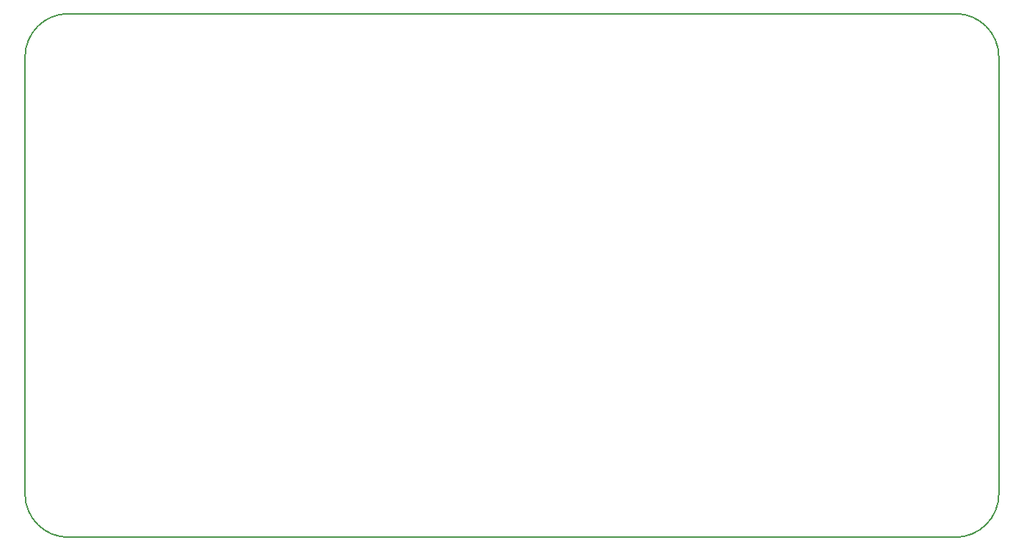
<source format=gm1>
G04 #@! TF.GenerationSoftware,KiCad,Pcbnew,7.0.7*
G04 #@! TF.CreationDate,2023-09-14T15:12:29+02:00*
G04 #@! TF.ProjectId,5uH_LISN,3575485f-4c49-4534-9e2e-6b696361645f,V1 R0*
G04 #@! TF.SameCoordinates,Original*
G04 #@! TF.FileFunction,Profile,NP*
%FSLAX46Y46*%
G04 Gerber Fmt 4.6, Leading zero omitted, Abs format (unit mm)*
G04 Created by KiCad (PCBNEW 7.0.7) date 2023-09-14 15:12:29*
%MOMM*%
%LPD*%
G01*
G04 APERTURE LIST*
G04 #@! TA.AperFunction,Profile*
%ADD10C,0.150000*%
G04 #@! TD*
G04 APERTURE END LIST*
D10*
X105076000Y-79962000D02*
X207476000Y-79962000D01*
X100076000Y-135462000D02*
X100076000Y-84962000D01*
X212476000Y-84962000D02*
G75*
G03*
X207476000Y-79962000I-5000000J0D01*
G01*
X207476000Y-140462000D02*
G75*
G03*
X212476000Y-135462000I0J5000000D01*
G01*
X100076000Y-135462000D02*
G75*
G03*
X105076000Y-140462000I5000000J0D01*
G01*
X105076000Y-140462000D02*
X207476000Y-140462000D01*
X105076000Y-79962000D02*
G75*
G03*
X100076000Y-84962000I0J-5000000D01*
G01*
X212476000Y-135462000D02*
X212476000Y-84962000D01*
M02*

</source>
